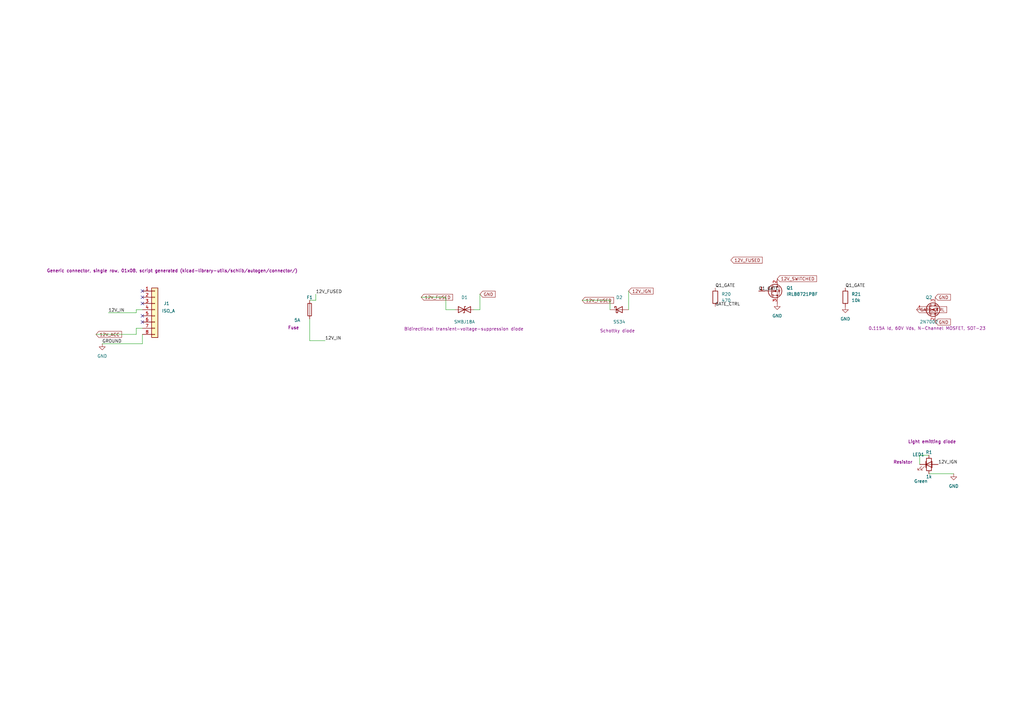
<source format=kicad_sch>
(kicad_sch (version 20250114) (generator "eeschema") (generator_version "9.0")
  (paper "A3")
  (title_block (title "WRX Power & CAN HAT") (date "2026-02-02T00:08:32.410828") (rev "1.0") (company "Auto-generated by Python"))
  (junction (at 114.3 334.01))
  (junction (at 127 349.25))
  (no_connect (at 642.62 317.5))
  (no_connect (at 375.92 690.88))
  (no_connect (at 439.42 571.5))
  (no_connect (at 375.92 708.66))
  (no_connect (at 459.74 129.54))
  (no_connect (at 375.92 680.72))
  (no_connect (at 388.62 721.36))
  (no_connect (at 459.74 139.7))
  (no_connect (at 561.34 701.04))
  (no_connect (at 439.42 510.54))
  (no_connect (at 439.42 513.08))
  (no_connect (at 629.92 317.5))
  (no_connect (at 388.62 693.42))
  (no_connect (at 375.92 723.9))
  (no_connect (at 388.62 723.9))
  (no_connect (at 439.42 574.04))
  (no_connect (at 388.62 698.5))
  (no_connect (at 375.92 716.28))
  (no_connect (at 429.26 137.16))
  (no_connect (at 388.62 685.8))
  (no_connect (at 375.92 706.12))
  (no_connect (at 459.74 132.08))
  (no_connect (at 388.62 695.96))
  (no_connect (at 439.42 505.46))
  (no_connect (at 375.92 688.34))
  (no_connect (at 388.62 683.26))
  (no_connect (at 58.42 119.38))
  (no_connect (at 642.62 320.04))
  (no_connect (at 629.92 571.5))
  (no_connect (at 502.92 571.5))
  (no_connect (at 693.42 568.96))
  (no_connect (at 693.42 571.5))
  (no_connect (at 693.42 574.04))
  (no_connect (at 820.42 756.92))
  (no_connect (at 820.42 759.46))
  (no_connect (at 820.42 762))
  (no_connect (at 820.42 764.54))
  (no_connect (at 820.42 767.08))
  (no_connect (at 388.62 711.2))
  (no_connect (at 629.92 320.04))
  (no_connect (at 388.62 713.74))
  (no_connect (at 58.42 121.92))
  (no_connect (at 375.92 675.64))
  (no_connect (at 375.92 693.42))
  (no_connect (at 375.92 695.96))
  (no_connect (at 388.62 708.66))
  (no_connect (at 375.92 711.2))
  (no_connect (at 388.62 716.28))
  (no_connect (at 388.62 718.82))
  (no_connect (at 375.92 721.36))
  (no_connect (at 58.42 124.46))
  (no_connect (at 375.92 678.18))
  (no_connect (at 375.92 713.74))
  (no_connect (at 388.62 706.12))
  (no_connect (at 58.42 129.54))
  (no_connect (at 459.74 134.62))
  (no_connect (at 388.62 690.88))
  (no_connect (at 58.42 132.08))
  (no_connect (at 439.42 515.62))
  (no_connect (at 439.42 518.16))
  (no_connect (at 439.42 520.7))
  (no_connect (at 439.42 523.24))
  (no_connect (at 439.42 525.78))
  (no_connect (at 375.92 718.82))
  (no_connect (at 375.92 683.26))
  (no_connect (at 459.74 137.16))
  (no_connect (at 439.42 528.32))
  (no_connect (at 439.42 508))
  (wire (pts (xy 196.85 120.65) (xy 196.85 127)))
  (wire (pts (xy 55.88 128.27) (xy 55.88 127)))
  (wire (pts (xy 238.76 123.19) (xy 250.19 123.19)))
  (wire (pts (xy 127 139.7) (xy 127 130.81)))
  (wire (pts (xy 41.91 140.97) (xy 58.42 140.97)))
  (wire (pts (xy 377.19 186.69) (xy 381 186.69)))
  (wire (pts (xy 172.72 121.92) (xy 182.88 121.92)))
  (wire (pts (xy 182.88 127) (xy 186.69 127)))
  (wire (pts (xy 55.88 134.62) (xy 58.42 134.62)))
  (wire (pts (xy 44.45 128.27) (xy 55.88 128.27)))
  (wire (pts (xy 129.54 120.65) (xy 129.54 123.19)))
  (wire (pts (xy 55.88 127) (xy 58.42 127)))
  (wire (pts (xy 381 194.31) (xy 391.16 194.31)))
  (wire (pts (xy 58.42 140.97) (xy 58.42 137.16)))
  (wire (pts (xy 196.85 127) (xy 194.31 127)))
  (wire (pts (xy 250.19 123.19) (xy 250.19 127)))
  (wire (pts (xy 182.88 121.92) (xy 182.88 127)))
  (wire (pts (xy 113.03 334.01) (xy 114.3 334.01)))
  (wire (pts (xy 129.54 123.19) (xy 127 123.19)))
  (wire (pts (xy 504.19 317.5) (xy 504.19 377.19)))
  (wire (pts (xy 504.19 377.19) (xy 508 377.19)))
  (wire (pts (xy 133.35 139.7) (xy 127 139.7)))
  (wire (pts (xy 257.81 119.38) (xy 257.81 127)))
  (wire (pts (xy 113.03 339.09) (xy 114.3 339.09)))
  (wire (pts (xy 127 349.25) (xy 127 350.52)))
  (wire (pts (xy 39.37 137.16) (xy 55.88 137.16)))
  (wire (pts (xy 139.7 339.09) (xy 140.97 339.09)))
  (wire (pts (xy 377.19 186.69) (xy 377.19 190.5)))
  (wire (pts (xy 567.69 317.5) (xy 567.69 377.19)))
  (wire (pts (xy 567.69 377.19) (xy 571.5 377.19)))
  (wire (pts (xy 55.88 137.16) (xy 55.88 134.62)))
  (wire (pts (xy 373.38 433.07) (xy 374.65 433.07)))
  (label "CANH_U5" (at 581.66 698.5 0))
  (label "U1_FB" (at 139.7 344.17 0))
  (label "U1_FB" (at 254 384.81 0))
  (label "GND" (at 356.87 438.15 0))
  (label "CAN_RX" (at 561.34 698.5 0))
  (label "12V_IN" (at 133.35 139.7 0))
  (label "GND" (at 444.5 147.32 0))
  (label "COMP_RC" (at 97.79 311.15 0))
  (label "IGN_DETECT" (at 269.24 505.46 0))
  (label "12V_IN" (at 44.45 128.27 0))
  (label "+5V" (at 190.5 321.31 0))
  (label "CAN_INT" (at 459.74 127 0))
  (label "OSC2" (at 422.91 147.32 0))
  (label "SPI_SCLK" (at 429.26 119.38 0))
  (label "GND" (at 254 523.24 0))
  (label "Q1_GATE" (at 293.37 118.11 0))
  (label "OSC1" (at 433.07 149.86 0))
  (label "12V_IGN" (at 113.03 339.09 0))
  (label "U1_BOOT" (at 139.7 334.01 0))
  (label "Q1_GATE" (at 311.15 119.38 0))
  (label "GND" (at 561.34 703.58 0))
  (label "GND" (at 433.07 157.48 0))
  (label "U1_COMP" (at 80.01 311.15 0))
  (label "OSC2" (at 424.18 152.4 0))
  (label "U1_SW" (at 168.91 342.9 0))
  (label "U1_SW" (at 190.5 313.69 0))
  (label "GND" (at 127 350.52 0))
  (label "GROUND" (at 41.91 140.97 0))
  (label "U1_BOOT" (at 168.91 350.52 0))
  (label "+5V" (at 373.38 433.07 0))
  (label "SPI_MOSI" (at 429.26 111.76 0))
  (label "+3.3V" (at 459.74 142.24 0))
  (label "+5V" (at 356.87 430.53 0))
  (label "OSC1" (at 429.26 134.62 0))
  (label "+3.3V" (at 444.5 106.68 0))
  (label "U1_SW" (at 140.97 339.09 0))
  (label "RESET" (at 269.24 513.08 0))
  (label "Q1_GATE" (at 346.71 118.11 0))
  (label "GND" (at 254 377.19 0))
  (label "RT_CLK" (at 80.01 340.36 0))
  (label "HEARTBEAT_LED" (at 269.24 500.38 0))
  (label "U1_COMP" (at 114.3 341.63 0))
  (label "TIMER_LED" (at 269.24 502.92 0))
  (label "CAN_RX" (at 459.74 111.76 0))
  (label "+3.3V" (at 403.86 431.8 0))
  (label "CAN_TX" (at 561.34 695.96 0))
  (label "GND" (at 424.18 160.02 0))
  (label "12V_IGN" (at 113.03 334.01 0))
  (label "SHUTDOWN_REQ" (at 269.24 510.54 0))
  (label "GND" (at 571.5 708.66 0))
  (label "OSC2" (at 429.26 132.08 0))
  (label "GND" (at 403.86 439.42 0))
  (label "+3.3V" (at 571.5 690.88 0))
  (label "COMP_RC" (at 80.01 318.77 0))
  (label "GND" (at 381 440.69 0))
  (label "12V_IGN" (at 384.81 190.5 0))
  (label "+3.3V" (at 388.62 433.07 0))
  (label "GATE_CTRL" (at 293.37 125.73 0))
  (label "CANL_U5" (at 581.66 701.04 0))
  (label "CANH_U5" (at 596.19 698.5 0))
  (label "CANH" (at 603.81 698.5 0))
  (label "CANL_U5" (at 596.19 701.04 0))
  (label "CANL" (at 603.81 701.04 0))
  (label "OSC1" (at 430.53 147.32 0))
  (label "+3.3V" (at 254 492.76 0))
  (label "GATE_CTRL" (at 269.24 508 0))
  (label "RT_CLK" (at 114.3 344.17 0))
  (label "U1_FB" (at 317.5 384.81 0))
  (label "CAN_TX" (at 459.74 114.3 0))
  (label "SPI_CE0" (at 429.26 116.84 0))
  (label "+5V" (at 317.5 377.19 0))
  (label "SPI_MISO" (at 429.26 114.3 0))
  (label "12V_FUSED" (at 129.54 120.65 0))
  (global_label "SPI_SCLK" (shape input) (at 439.42 495.3 0) (property "Intersheetrefs" "${INTERSHEET_REFS}" (effects (hide yes))))
  (global_label "IGN_DETECT" (shape input) (at 317.5 567.69 0) (property "Intersheetrefs" "${INTERSHEET_REFS}" (effects (hide yes))))
  (global_label "GATE_CTRL" (shape input) (at 444.5 186.69 0) (property "Intersheetrefs" "${INTERSHEET_REFS}" (effects (hide yes))))
  (global_label "SPI_MOSI" (shape input) (at 439.42 497.84 0) (property "Intersheetrefs" "${INTERSHEET_REFS}" (effects (hide yes))))
  (global_label "GND" (shape input) (at 254 702.31 0) (property "Intersheetrefs" "${INTERSHEET_REFS}" (effects (hide yes))))
  (global_label "SPI_SCLK" (shape input) (at 436.88 129.54 0) (property "Intersheetrefs" "${INTERSHEET_REFS}" (effects (hide yes))))
  (global_label "Q2_GATE" (shape input) (at 508 186.69 0) (property "Intersheetrefs" "${INTERSHEET_REFS}" (effects (hide yes))))
  (global_label "SPI_MISO" (shape input) (at 439.42 490.22 0) (property "Intersheetrefs" "${INTERSHEET_REFS}" (effects (hide yes))))
  (global_label "GND" (shape input) (at 383.54 121.92 0) (property "Intersheetrefs" "${INTERSHEET_REFS}" (effects (hide yes))))
  (global_label "GND" (shape input) (at 134.62 701.04 0) (property "Intersheetrefs" "${INTERSHEET_REFS}" (effects (hide yes))))
  (global_label "CAN_TX" (shape input) (at 566.42 680.72 0) (property "Intersheetrefs" "${INTERSHEET_REFS}" (effects (hide yes))))
  (global_label "CANL" (shape input) (at 566.42 690.88 0) (property "Intersheetrefs" "${INTERSHEET_REFS}" (effects (hide yes))))
  (global_label "+3.3V" (shape input) (at 132.08 701.04 0) (property "Intersheetrefs" "${INTERSHEET_REFS}" (effects (hide yes))))
  (global_label "12V_FUSED" (shape input) (at 299.72 106.68 0) (property "Intersheetrefs" "${INTERSHEET_REFS}" (effects (hide yes))))
  (global_label "GND" (shape input) (at 317.5 575.31 0) (property "Intersheetrefs" "${INTERSHEET_REFS}" (effects (hide yes))))
  (global_label "GND" (shape input) (at 388.62 680.72 0) (property "Intersheetrefs" "${INTERSHEET_REFS}" (effects (hide yes))))
  (global_label "12V_ACC" (shape input) (at 39.37 137.16 0) (property "Intersheetrefs" "${INTERSHEET_REFS}" (effects (hide yes))))
  (global_label "+5V" (shape input) (at 388.62 675.64 0) (property "Intersheetrefs" "${INTERSHEET_REFS}" (effects (hide yes))))
  (global_label "+3.3V" (shape input) (at 439.42 492.76 0) (property "Intersheetrefs" "${INTERSHEET_REFS}" (effects (hide yes))))
  (global_label "RESET" (shape input) (at 439.42 500.38 0) (property "Intersheetrefs" "${INTERSHEET_REFS}" (effects (hide yes))))
  (global_label "IGN_DETECT" (shape input) (at 132.08 695.96 0) (property "Intersheetrefs" "${INTERSHEET_REFS}" (effects (hide yes))))
  (global_label "+3.3V" (shape input) (at 571.5 194.31 0) (property "Intersheetrefs" "${INTERSHEET_REFS}" (effects (hide yes))))
  (global_label "SPI_SCLK" (shape input) (at 375.92 703.58 0) (property "Intersheetrefs" "${INTERSHEET_REFS}" (effects (hide yes))))
  (global_label "GND" (shape input) (at 820.42 769.62 0) (property "Intersheetrefs" "${INTERSHEET_REFS}" (effects (hide yes))))
  (global_label "HEARTBEAT_LED" (shape input) (at 254 500.38 0) (property "Intersheetrefs" "${INTERSHEET_REFS}" (effects (hide yes))))
  (global_label "XTAL1" (shape input) (at 186.69 571.5 0) (property "Intersheetrefs" "${INTERSHEET_REFS}" (effects (hide yes))))
  (global_label "12V_FUSED" (shape input) (at 172.72 121.92 0) (property "Intersheetrefs" "${INTERSHEET_REFS}" (effects (hide yes))))
  (global_label "GND" (shape input) (at 243.84 508 0) (property "Intersheetrefs" "${INTERSHEET_REFS}" (effects (hide yes))))
  (global_label "GND" (shape input) (at 196.85 120.65 0) (property "Intersheetrefs" "${INTERSHEET_REFS}" (effects (hide yes))))
  (global_label "R6_OUT" (shape input) (at 121.92 701.04 0) (property "Intersheetrefs" "${INTERSHEET_REFS}" (effects (hide yes))))
  (global_label "IGN_DETECT" (shape input) (at 243.84 510.54 0) (property "Intersheetrefs" "${INTERSHEET_REFS}" (effects (hide yes))))
  (global_label "+5V" (shape input) (at 254 567.69 0) (property "Intersheetrefs" "${INTERSHEET_REFS}" (effects (hide yes))))
  (global_label "SPI_CE0" (shape input) (at 436.88 124.46 0) (property "Intersheetrefs" "${INTERSHEET_REFS}" (effects (hide yes))))
  (global_label "TIMER_LED" (shape input) (at 254 518.16 0) (property "Intersheetrefs" "${INTERSHEET_REFS}" (effects (hide yes))))
  (global_label "+3.3V" (shape input) (at 575.31 317.5 0) (property "Intersheetrefs" "${INTERSHEET_REFS}" (effects (hide yes))))
  (global_label "12V_IGN" (shape input) (at 257.81 119.38 0) (property "Intersheetrefs" "${INTERSHEET_REFS}" (effects (hide yes))))
  (global_label "GND" (shape input) (at 571.5 765.81 0) (property "Intersheetrefs" "${INTERSHEET_REFS}" (effects (hide yes))))
  (global_label "12V_FUSED" (shape input) (at 238.76 123.19 0) (property "Intersheetrefs" "${INTERSHEET_REFS}" (effects (hide yes))))
  (global_label "+5V" (shape input) (at 635 694.69 0) (property "Intersheetrefs" "${INTERSHEET_REFS}" (effects (hide yes))))
  (global_label "GND" (shape input) (at 566.42 683.26 0) (property "Intersheetrefs" "${INTERSHEET_REFS}" (effects (hide yes))))
  (global_label "SHUTDOWN_REQ" (shape input) (at 264.16 510.54 0) (property "Intersheetrefs" "${INTERSHEET_REFS}" (effects (hide yes))))
  (global_label "GND" (shape input) (at 119.38 695.96 0) (property "Intersheetrefs" "${INTERSHEET_REFS}" (effects (hide yes))))
  (global_label "CAN_RX" (shape input) (at 566.42 688.34 0) (property "Intersheetrefs" "${INTERSHEET_REFS}" (effects (hide yes))))
  (global_label "+3.3V" (shape input) (at 381 567.69 0) (property "Intersheetrefs" "${INTERSHEET_REFS}" (effects (hide yes))))
  (global_label "GND" (shape input) (at 439.42 502.92 0) (property "Intersheetrefs" "${INTERSHEET_REFS}" (effects (hide yes))))
  (global_label "SPI_CE0" (shape input) (at 388.62 703.58 0) (property "Intersheetrefs" "${INTERSHEET_REFS}" (effects (hide yes))))
  (global_label "12V_IGN" (shape input) (at 127 706.12 0) (property "Intersheetrefs" "${INTERSHEET_REFS}" (effects (hide yes))))
  (global_label "CANH" (shape input) (at 566.42 693.42 0) (property "Intersheetrefs" "${INTERSHEET_REFS}" (effects (hide yes))))
  (global_label "GATE_CTRL" (shape input) (at 264.16 508 0) (property "Intersheetrefs" "${INTERSHEET_REFS}" (effects (hide yes))))
  (global_label "GATE_CTRL" (shape input) (at 375.92 127 0) (property "Intersheetrefs" "${INTERSHEET_REFS}" (effects (hide yes))))
  (global_label "TIMER_LED" (shape input) (at 508 384.81 180) (property "Intersheetrefs" "${INTERSHEET_REFS}" (effects (hide yes))))
  (global_label "XTAL1" (shape input) (at 571.5 758.19 0) (property "Intersheetrefs" "${INTERSHEET_REFS}" (effects (hide yes))))
  (global_label "FAN-" (shape input) (at 629.92 574.04 0) (property "Intersheetrefs" "${INTERSHEET_REFS}" (effects (hide yes))))
  (global_label "SPI_MISO" (shape input) (at 375.92 701.04 0) (property "Intersheetrefs" "${INTERSHEET_REFS}" (effects (hide yes))))
  (global_label "AUDIO_R_OUT" (shape input) (at 698.5 829.31 0) (property "Intersheetrefs" "${INTERSHEET_REFS}" (effects (hide yes))))
  (global_label "12V_SWITCHED" (shape input) (at 318.77 114.3 0) (property "Intersheetrefs" "${INTERSHEET_REFS}" (effects (hide yes))))
  (global_label "12V_ACC" (shape input) (at 317.5 504.19 0) (property "Intersheetrefs" "${INTERSHEET_REFS}" (effects (hide yes))))
  (global_label "+3.3V" (shape input) (at 243.84 513.08 0) (property "Intersheetrefs" "${INTERSHEET_REFS}" (effects (hide yes))))
  (global_label "AUDIO_R_OUT" (shape input) (at 762 829.31 0) (property "Intersheetrefs" "${INTERSHEET_REFS}" (effects (hide yes))))
  (global_label "AUDIO_R+" (shape input) (at 698.5 821.69 0) (property "Intersheetrefs" "${INTERSHEET_REFS}" (effects (hide yes))))
  (global_label "GND" (shape input) (at 375.92 685.8 0) (property "Intersheetrefs" "${INTERSHEET_REFS}" (effects (hide yes))))
  (global_label "+3.3V" (shape input) (at 571.5 186.69 0) (property "Intersheetrefs" "${INTERSHEET_REFS}" (effects (hide yes))))
  (global_label "+3.3V" (shape input) (at 127 567.69 0) (property "Intersheetrefs" "${INTERSHEET_REFS}" (effects (hide yes))))
  (global_label "GND" (shape input) (at 127 575.31 0) (property "Intersheetrefs" "${INTERSHEET_REFS}" (effects (hide yes))))
  (global_label "+5V" (shape input) (at 190.5 694.69 0) (property "Intersheetrefs" "${INTERSHEET_REFS}" (effects (hide yes))))
  (global_label "GND" (shape input) (at 190.5 702.31 0) (property "Intersheetrefs" "${INTERSHEET_REFS}" (effects (hide yes))))
  (global_label "GND" (shape input) (at 254 575.31 0) (property "Intersheetrefs" "${INTERSHEET_REFS}" (effects (hide yes))))
  (global_label "+3.3V" (shape input) (at 444.5 377.19 0) (property "Intersheetrefs" "${INTERSHEET_REFS}" (effects (hide yes))))
  (global_label "GND" (shape input) (at 444.5 384.81 0) (property "Intersheetrefs" "${INTERSHEET_REFS}" (effects (hide yes))))
  (global_label "GND" (shape input) (at 119.38 701.04 0) (property "Intersheetrefs" "${INTERSHEET_REFS}" (effects (hide yes))))
  (global_label "GND" (shape input) (at 134.62 698.5 0) (property "Intersheetrefs" "${INTERSHEET_REFS}" (effects (hide yes))))
  (global_label "+5V" (shape input) (at 388.62 678.18 0) (property "Intersheetrefs" "${INTERSHEET_REFS}" (effects (hide yes))))
  (global_label "SPI_MOSI" (shape input) (at 375.92 698.5 0) (property "Intersheetrefs" "${INTERSHEET_REFS}" (effects (hide yes))))
  (global_label "+3.3V" (shape input) (at 566.42 685.8 0) (property "Intersheetrefs" "${INTERSHEET_REFS}" (effects (hide yes))))
  (global_label "IGN_DETECT" (shape input) (at 254 694.69 0) (property "Intersheetrefs" "${INTERSHEET_REFS}" (effects (hide yes))))
  (global_label "CANH" (shape input) (at 571.5 377.19 0) (property "Intersheetrefs" "${INTERSHEET_REFS}" (effects (hide yes))))
  (global_label "XTAL2" (shape input) (at 635 186.69 0) (property "Intersheetrefs" "${INTERSHEET_REFS}" (effects (hide yes))))
  (global_label "GND" (shape input) (at 635 194.31 0) (property "Intersheetrefs" "${INTERSHEET_REFS}" (effects (hide yes))))
  (global_label "12V_IGN" (shape input) (at 645 186.69 0) (property "Intersheetrefs" "${INTERSHEET_REFS}" (effects (hide yes))))
  (global_label "GND" (shape input) (at 645 194.31 0) (property "Intersheetrefs" "${INTERSHEET_REFS}" (effects (hide yes))))
  (global_label "+3.3V" (shape input) (at 381 504.19 0) (property "Intersheetrefs" "${INTERSHEET_REFS}" (effects (hide yes))))
  (global_label "RESET" (shape input) (at 381 511.81 0) (property "Intersheetrefs" "${INTERSHEET_REFS}" (effects (hide yes))))
  (global_label "CAN_INT" (shape input) (at 444.5 123.19 0) (property "Intersheetrefs" "${INTERSHEET_REFS}" (effects (hide yes))))
  (global_label "FAN_PWM" (shape input) (at 571.5 567.69 0) (property "Intersheetrefs" "${INTERSHEET_REFS}" (effects (hide yes))))
  (global_label "GND" (shape input) (at 571.5 575.31 0) (property "Intersheetrefs" "${INTERSHEET_REFS}" (effects (hide yes))))
  (global_label "HEARTBEAT_LED" (shape input) (at 571.5 384.81 180) (property "Intersheetrefs" "${INTERSHEET_REFS}" (effects (hide yes))))
  (global_label "GND" (shape input) (at 508 194.31 0) (property "Intersheetrefs" "${INTERSHEET_REFS}" (effects (hide yes))))
  (global_label "+3.3V" (shape input) (at 511.81 317.5 0) (property "Intersheetrefs" "${INTERSHEET_REFS}" (effects (hide yes))))
  (global_label "AUDIO_R-" (shape input) (at 762 821.69 0) (property "Intersheetrefs" "${INTERSHEET_REFS}" (effects (hide yes))))
  (global_label "GND" (shape input) (at 635 702.31 0) (property "Intersheetrefs" "${INTERSHEET_REFS}" (effects (hide yes))))
  (global_label "SHUTDOWN_REQ" (shape input) (at 388.62 688.34 0) (property "Intersheetrefs" "${INTERSHEET_REFS}" (effects (hide yes))))
  (global_label "CANH" (shape input) (at 629.92 314.96 0) (property "Intersheetrefs" "${INTERSHEET_REFS}" (effects (hide yes))))
  (global_label "AUDIO_L_OUT" (shape input) (at 571.5 829.31 0) (property "Intersheetrefs" "${INTERSHEET_REFS}" (effects (hide yes))))
  (global_label "AUDIO_R+" (shape input) (at 635 377.19 0) (property "Intersheetrefs" "${INTERSHEET_REFS}" (effects (hide yes))))
  (global_label "GND" (shape input) (at 635 384.81 0) (property "Intersheetrefs" "${INTERSHEET_REFS}" (effects (hide yes))))
  (global_label "AUDIO_R-" (shape input) (at 635 821.69 0) (property "Intersheetrefs" "${INTERSHEET_REFS}" (effects (hide yes))))
  (global_label "+3.3V" (shape input) (at 698.5 694.69 0) (property "Intersheetrefs" "${INTERSHEET_REFS}" (effects (hide yes))))
  (global_label "GND" (shape input) (at 698.5 702.31 0) (property "Intersheetrefs" "${INTERSHEET_REFS}" (effects (hide yes))))
  (global_label "+3.3V" (shape input) (at 698.5 758.19 0) (property "Intersheetrefs" "${INTERSHEET_REFS}" (effects (hide yes))))
  (global_label "GND" (shape input) (at 698.5 765.81 0) (property "Intersheetrefs" "${INTERSHEET_REFS}" (effects (hide yes))))
  (global_label "AUDIO_L_OUT" (shape input) (at 762 758.19 0) (property "Intersheetrefs" "${INTERSHEET_REFS}" (effects (hide yes))))
  (global_label "GND" (shape input) (at 762 765.81 0) (property "Intersheetrefs" "${INTERSHEET_REFS}" (effects (hide yes))))
  (global_label "IGN_DETECT" (shape input) (at 134.62 695.96 0) (property "Intersheetrefs" "${INTERSHEET_REFS}" (effects (hide yes))))
  (global_label "GND" (shape input) (at 383.54 132.08 0) (property "Intersheetrefs" "${INTERSHEET_REFS}" (effects (hide yes))))
  (global_label "GND" (shape input) (at 381 575.31 0) (property "Intersheetrefs" "${INTERSHEET_REFS}" (effects (hide yes))))
  (global_label "+3.3V" (shape input) (at 635 758.19 0) (property "Intersheetrefs" "${INTERSHEET_REFS}" (effects (hide yes))))
  (global_label "CANL" (shape input) (at 502.92 574.04 0) (property "Intersheetrefs" "${INTERSHEET_REFS}" (effects (hide yes))))
  (global_label "CANL" (shape input) (at 642.62 314.96 0) (property "Intersheetrefs" "${INTERSHEET_REFS}" (effects (hide yes))))
  (global_label "LED2_ANODE" (shape input) (at 444.5 130.81 0) (property "Intersheetrefs" "${INTERSHEET_REFS}" (effects (hide yes))))
  (global_label "GND" (shape input) (at 121.92 695.96 0) (property "Intersheetrefs" "${INTERSHEET_REFS}" (effects (hide yes))))
  (global_label "CAN_INT" (shape input) (at 388.62 701.04 0) (property "Intersheetrefs" "${INTERSHEET_REFS}" (effects (hide yes))))
  (global_label "AUDIO_L_OUT" (shape input) (at 635 829.31 0) (property "Intersheetrefs" "${INTERSHEET_REFS}" (effects (hide yes))))
  (global_label "R6_OUT" (shape input) (at 317.5 511.81 0) (property "Intersheetrefs" "${INTERSHEET_REFS}" (effects (hide yes))))
  (global_label "Q2_GATE" (shape input) (at 444.5 194.31 0) (property "Intersheetrefs" "${INTERSHEET_REFS}" (effects (hide yes))))
  (global_label "FAN-" (shape input) (at 574.04 502.92 180) (property "Intersheetrefs" "${INTERSHEET_REFS}" (effects (hide yes))))
  (global_label "FAN_PWM" (shape input) (at 566.42 508 180) (property "Intersheetrefs" "${INTERSHEET_REFS}" (effects (hide yes))))
  (global_label "GND" (shape input) (at 574.04 513.08 180) (property "Intersheetrefs" "${INTERSHEET_REFS}" (effects (hide yes))))
  (global_label "FAN_PWM" (shape input) (at 571.5 821.69 0) (property "Intersheetrefs" "${INTERSHEET_REFS}" (effects (hide yes))))
  (global_label "XTAL2" (shape input) (at 194.31 571.5 0) (property "Intersheetrefs" "${INTERSHEET_REFS}" (effects (hide yes))))
  (global_label "GND" (shape input) (at 635 765.81 0) (property "Intersheetrefs" "${INTERSHEET_REFS}" (effects (hide yes))))
  (symbol (lib_id "Device:C") (at 635 190.5 0) (unit 1)
    (property "Reference" "C10" (at 635 185.5 0))
    (property "Value" "10uF" (at 635 195.5 0))
    (property "Description" "Unpolarized capacitor" (at 635.254 180.34 0))
  )
  (symbol (lib_id "Device:C") (at 645 190.5 0) (unit 1)
    (property "Reference" "C20" (at 645 185.5 0))
    (property "Value" "22uF" (at 645 195.5 0))
    (property "Description" "Unpolarized capacitor" (at 645 180.34 0))
  )
  (symbol (lib_id "power:PWR_FLAG") (at 114.3 334.01 0) (unit 1)
    (property "Reference" "#FLG02" (effects (hide yes)))
    (property "Value" "PWR_FLAG" (at 114.3 328.93 0))
    (property "Description" "Special symbol for telling ERC where power comes from" (effects (hide yes)))
  )
  (symbol (lib_id "Device:R") (at 254 381 0) (unit 1)
    (property "Reference" "R4" (at 253.746 372.872 0))
    (property "Value" "10k 1%" (at 254 386 0))
    (property "Description" "Resistor" (at 254 381 0))
  )
  (symbol (lib_id "Device:R") (at 317.5 381 0) (unit 1)
    (property "Reference" "R5" (at 316.992 373.888 0))
    (property "Value" "51k 1%" (at 317.5 386 0))
    (property "Description" "Resistor" (at 317.5 381 0))
  )
  (symbol (lib_id "Device:Crystal") (at 190.5 571.5 0) (unit 1)
    (property "Reference" "Y1" (at 190.5 566.5 0))
    (property "Value" "16MHz" (at 190.5 576.5 0))
    (property "Description" "Two pin crystal" (at 188.468 580.39 0))
  )
  (symbol (lib_id "power:GND") (at 391.16 194.31 0) (unit 1)
    (property "Reference" "#PWR04" (effects (hide yes)))
    (property "Value" "GND" (at 391.16 199.39 0))
    (property "Description" "Power symbol creates a global label with name \"GND\" , ground" (effects (hide yes)))
  )
  (symbol (lib_id "Device:C") (at 698.5 762 0) (unit 1)
    (property "Reference" "C14" (at 695.452 755.65 0))
    (property "Value" "2.2uF" (at 698.5 767 0))
    (property "Description" "Unpolarized capacitor" (at 698.246 770.382 0))
  )
  (symbol (lib_id "Regulator_Switching:TPS54560BDDA") (at 127 339.09 0) (unit 1)
    (property "Reference" "U1" (at 127 326.39 0))
    (property "Value" "TPS54560BDDA" (at 127 328.93 0))
    (property "Footprint" "Package_SO:Texas_R-PDSO-G8_EP2.95x4.9mm_Mask2.4x3.1mm_ThermalVias" (effects (hide yes)))
    (property "Datasheet" "https://www.ti.com/lit/ds/symlink/tps54560b.pdf" (effects (hide yes)))
    (property "Description" "5A, Step Down DC-DC Converter, 4.5-60V Input Voltage, Texas R-PDSO-G8" (effects (hide yes)))
  )
  (symbol (lib_id "Connector_Generic:Conn_01x16") (at 444.5 508 0) (unit 1)
    (property "Reference" "J3" (at 453.898 505.968 0))
    (property "Value" "OBD-II" (at 454.152 511.81 0))
    (property "Description" "Generic connector, single row, 01x16, script generated (kicad-library-utils/schlib/autogen/connector/)" (at 448.31 535.94 0))
  )
  (symbol (lib_id "Connector_Generic:Conn_01x02") (at 635 571.5 0) (unit 1)
    (property "Reference" "J6" (at 635 566.5 0))
    (property "Value" "FAN" (at 635 576.5 0))
    (property "Description" "Generic connector, single row, 01x02, script generated (kicad-library-utils/schlib/autogen/connector/)" (at 636.27 581.406 0))
  )
  (symbol (lib_id "Device:R") (at 635 381 0) (unit 1)
    (property "Reference" "R16" (at 635 376 0))
    (property "Value" "470" (at 635 386 0))
    (property "Description" "Resistor" (at 636.016 389.382 0))
  )
  (symbol (lib_id "Device:R") (at 381 508 0) (unit 1)
    (property "Reference" "R8" (at 381 503 0))
    (property "Value" "120" (at 381 513 0))
    (property "Description" "Resistor" (at 379.222 498.348 0))
  )
  (symbol (lib_id "power:GND") (at 80.01 347.98 0) (unit 1)
    (property "Reference" "#PWR06" (effects (hide yes)))
    (property "Value" "GND" (at 80.01 353.06 0))
    (property "Description" "Power symbol creates a global label with name \"GND\" , ground" (effects (hide yes)))
  )
  (symbol (lib_id "power:PWR_FLAG") (at 374.65 433.07 0) (unit 1)
    (property "Reference" "#FLG01" (effects (hide yes)))
    (property "Value" "PWR_FLAG" (at 374.65 427.99 0))
    (property "Description" "Special symbol for telling ERC where power comes from" (effects (hide yes)))
  )
  (symbol (lib_id "Device:C") (at 635 698.5 0) (unit 1)
    (property "Reference" "C11" (at 633.476 690.626 0))
    (property "Value" "1uF" (at 635 703.5 0))
    (property "Description" "Unpolarized capacitor" (at 637.286 706.374 0))
  )
  (symbol (lib_id "Connector:Screw_Terminal_01x02") (at 444.5 571.5 0) (unit 1)
    (property "Reference" "J4" (at 444.5 566.5 0))
    (property "Value" "CAN_Term" (at 444.5 576.5 0))
    (property "Description" "Generic screw terminal, single row, 01x02, script generated (kicad-library-utils/schlib/autogen/connector/)" (at 442.722 562.61 0))
  )
  (symbol (lib_id "Device:D_Schottky") (at 254 127 0) (unit 1)
    (property "Reference" "D2" (at 254 122 0))
    (property "Value" "SS34" (at 254 132 0))
    (property "Description" "Schottky diode" (at 253.238 135.636 0))
  )
  (symbol (lib_id "Device:R") (at 346.71 121.92 0) (unit 1)
    (property "Reference" "R21" (at 349.25 120.6499 0) (effects (justify left)))
    (property "Value" "10k" (at 349.25 123.1899 0) (effects (justify left)))
    (property "Description" "Resistor" (effects (hide yes)))
  )
  (symbol (lib_id "power:PWR_FLAG") (at 127 349.25 0) (unit 1)
    (property "Reference" "#FLG03" (effects (hide yes)))
    (property "Value" "PWR_FLAG" (at 127 344.17 0))
    (property "Description" "Special symbol for telling ERC where power comes from" (effects (hide yes)))
  )
  (symbol (lib_id "Device:C") (at 571.5 190.5 0) (unit 1)
    (property "Reference" "C8" (at 571.5 185.5 0))
    (property "Value" "100nF" (at 571.5 195.5 0))
    (property "Description" "Unpolarized capacitor" (at 570.992 181.102 0))
  )
  (symbol (lib_id "power:GND") (at 318.77 124.46 0) (unit 1)
    (property "Reference" "#PWR02" (effects (hide yes)))
    (property "Value" "GND" (at 318.77 129.54 0))
    (property "Description" "Power symbol creates a global label with name \"GND\" , ground" (effects (hide yes)))
  )
  (symbol (lib_id "Device:C") (at 381 571.5 0) (unit 1)
    (property "Reference" "C6" (at 381 566.5 0))
    (property "Value" "22pF" (at 381 576.5 0))
    (property "Description" "Unpolarized capacitor" (at 382.524 580.39 0))
  )
  (symbol (lib_id "Device:C") (at 635 762 0) (unit 1)
    (property "Reference" "C12" (at 633.222 755.396 0))
    (property "Value" "2.2uF" (at 635 767 0))
    (property "Description" "Unpolarized capacitor" (at 635.508 770.89 0))
  )
  (symbol (lib_id "Device:L") (at 190.5 317.5 0) (unit 1)
    (property "Reference" "L1" (at 190.5 312.5 0))
    (property "Value" "33uH" (at 190.5 322.5 0))
    (property "Description" "Inductor" (at 190.5 317.5 0))
  )
  (symbol (lib_id "Device:L") (at 600 698.5 90) (unit 1)
    (property "Reference" "L2" (at 600 693.5 0))
    (property "Value" "Ferrite" (at 600 703.5 0))
    (property "Description" "CAN bus EMI filter - insert in series with CANH" (effects (hide yes)))
  )
  (symbol (lib_id "Device:L") (at 600 701.04 90) (unit 1)
    (property "Reference" "L3" (at 600 696.04 0))
    (property "Value" "Ferrite" (at 600 706.04 0))
    (property "Description" "CAN bus EMI filter - insert in series with CANL" (effects (hide yes)))
  )
  (symbol (lib_id "Transistor_FET:IRLB8721PBF") (at 316.23 119.38 0) (unit 1)
    (property "Reference" "Q1" (at 322.58 118.1099 0) (effects (justify left)))
    (property "Value" "IRLB8721PBF" (at 322.58 120.6499 0) (effects (justify left)))
    (property "Footprint" "Package_TO_SOT_THT:TO-220-3_Vertical" (effects (hide yes)))
    (property "Datasheet" "http://www.infineon.com/dgdl/irlb8721pbf.pdf?fileId=5546d462533600a40153566056732591" (effects (hide yes)))
    (property "Description" "62A Id, 30V Vds, 8.7 mOhm Rds, N-Channel HEXFET Power MOSFET, TO-220" (effects (hide yes)))
  )
  (symbol (lib_id "Connector_Generic:Conn_01x08") (at 63.5 127 0) (unit 1)
    (property "Reference" "J1" (at 68.326 124.46 0))
    (property "Value" "ISO_A" (at 69.088 127.508 0))
    (property "Description" "Generic connector, single row, 01x08, script generated (kicad-library-utils/schlib/autogen/connector/)" (at 70.612 110.998 0))
  )
  (symbol (lib_id "Isolator:LTV-817S") (at 127 698.5 0) (unit 1)
    (property "Reference" "U2" (at 127 693.5 0))
    (property "Value" "LTV-817S" (at 127 703.5 0))
    (property "Footprint" "Package_DIP:DIP-4_W7.62mm" (effects (hide yes)))
    (property "Datasheet" "http://www.us.liteon.com/downloads/LTV-817-827-847.PDF" (effects (hide yes)))
    (property "Description" "Optocoupler, Transistor Output, 5000Vrms Isolation, DIP4" (at 127.508 709.422 0))
  )
  (symbol (lib_id "Connector_Generic:Conn_02x20_Odd_Even") (at 381 698.5 0) (unit 1)
    (property "Reference" "J2" (at 382.27 672.592 0))
    (property "Value" "Pi_GPIO" (at 381 703.5 0))
    (property "Description" "Generic connector, double row, 02x20, odd/even pin numbering scheme (row 1 odd numbers, row 2 even numbers), script generated (kicad-library-utils/schlib/autogen/connector/)" (at 381.508 736.346 0))
  )
  (symbol (lib_id "Device:C") (at 254 698.5 0) (unit 1)
    (property "Reference" "C4" (at 254 693.5 0))
    (property "Value" "10uF" (at 254 703.5 0))
    (property "Description" "Unpolarized capacitor" (at 256.54 707.898 0))
  )
  (symbol (lib_id "Device:C") (at 433.07 153.67 0) (unit 1)
    (property "Reference" "C16" (at 436.88 152.3999 0) (effects (justify left)))
    (property "Value" "22pF" (at 436.88 154.9399 0) (effects (justify left)))
    (property "Description" "Unpolarized capacitor" (effects (hide yes)))
  )
  (symbol (lib_id "power:GND") (at 346.71 125.73 0) (unit 1)
    (property "Reference" "#PWR03" (effects (hide yes)))
    (property "Value" "GND" (at 346.71 130.81 0))
    (property "Description" "Power symbol creates a global label with name \"GND\" , ground" (effects (hide yes)))
  )
  (symbol (lib_id "Device:R") (at 571.5 825.5 0) (unit 1)
    (property "Reference" "R15" (at 568.198 818.134 0))
    (property "Value" "1k" (at 571.5 830.5 0))
    (property "Description" "Resistor" (at 573.532 834.898 0))
  )
  (symbol (lib_id "Device:C") (at 444.5 381 0) (unit 1)
    (property "Reference" "C7" (at 444.5 376 0))
    (property "Value" "100nF" (at 444.5 386 0))
    (property "Description" "Unpolarized capacitor" (at 445.262 390.906 0))
  )
  (symbol (lib_id "Device:R") (at 698.5 825.5 0) (unit 1)
    (property "Reference" "R18" (at 695.96 817.372 0))
    (property "Value" "1k" (at 698.5 830.5 0))
    (property "Description" "Resistor" (at 703.58 836.168 0))
  )
  (symbol (lib_id "Device:R") (at 571.5 571.5 0) (unit 1)
    (property "Reference" "R14" (at 571.5 566.5 0))
    (property "Value" "1k" (at 571.5 576.5 0))
    (property "Description" "Resistor" (at 570.484 562.102 0))
  )
  (symbol (lib_id "Connector_Generic:Conn_01x03") (at 698.5 571.5 0) (unit 1)
    (property "Reference" "JP2" (at 698.5 566.5 0))
    (property "Value" "5V/12V" (at 698.5 576.5 0))
    (property "Description" "Generic connector, single row, 01x03, script generated (kicad-library-utils/schlib/autogen/connector/)" (at 698.5 561.848 0))
  )
  (symbol (lib_id "Device:C") (at 424.18 156.21 0) (unit 1)
    (property "Reference" "C17" (at 427.99 154.9399 0) (effects (justify left)))
    (property "Value" "22pF" (at 427.99 157.4799 0) (effects (justify left)))
    (property "Description" "Unpolarized capacitor" (effects (hide yes)))
  )
  (symbol (lib_id "Interface_CAN_LIN:MCP2515-xSO") (at 444.5 127 0) (unit 1)
    (property "Reference" "U4" (at 443.992 118.872 0))
    (property "Value" "MCP2515" (at 455.168 149.606 0))
    (property "Footprint" "Package_SO:SOIC-18W_7.5x11.6mm_P1.27mm" (effects (hide yes)))
    (property "Datasheet" "http://ww1.microchip.com/downloads/en/DeviceDoc/21801e.pdf" (effects (hide yes)))
    (property "Description" "Stand-Alone CAN Controller with SPI Interface, SOIC-18" (effects (hide yes)))
  )
  (symbol (lib_id "Device:C") (at 168.91 346.71 0) (unit 1)
    (property "Reference" "C_BOOT1" (at 172.72 345.4399 0) (effects (justify left)))
    (property "Value" "100nF" (at 172.72 347.9799 0) (effects (justify left)))
    (property "Description" "Unpolarized capacitor" (effects (hide yes)))
  )
  (symbol (lib_id "Device:R") (at 317.5 508 0) (unit 1)
    (property "Reference" "R6" (at 317.5 503 0))
    (property "Value" "10k" (at 317.5 513 0))
    (property "Description" "Resistor" (at 317.5 498.094 0))
  )
  (symbol (lib_id "Device:C") (at 403.86 435.61 0) (unit 1)
    (property "Reference" "C19" (at 407.67 434.3399 0) (effects (justify left)))
    (property "Value" "22uF" (at 407.67 436.8799 0) (effects (justify left)))
    (property "Description" "Unpolarized capacitor" (effects (hide yes)))
  )
  (symbol (lib_id "Device:R") (at 508 190.5 0) (unit 1)
    (property "Reference" "R11" (at 508 185.5 0))
    (property "Value" "10k" (at 508 195.5 0))
    (property "Description" "Resistor" (at 508.762 199.39 0))
  )
  (symbol (lib_id "Connector_Generic:Conn_01x02") (at 508 571.5 0) (unit 1)
    (property "Reference" "JP1" (at 508 566.5 0))
    (property "Value" "Jumper" (at 508 576.5 0))
    (property "Description" "Generic connector, single row, 01x02, script generated (kicad-library-utils/schlib/autogen/connector/)" (at 507.238 580.39 0))
  )
  (symbol (lib_id "Device:R") (at 571.5 381 0) (unit 1)
    (property "Reference" "R13" (at 571.5 376 0))
    (property "Value" "470" (at 571.5 386 0))
    (property "Description" "Resistor" (at 570.738 390.144 0))
  )
  (symbol (lib_id "Device:C") (at 190.5 698.5 0) (unit 1)
    (property "Reference" "C2" (at 190.5 693.5 0))
    (property "Value" "10uF" (at 190.5 703.5 0))
    (property "Description" "Unpolarized capacitor" (at 193.802 707.39 0))
  )
  (symbol (lib_id "Device:R") (at 635 825.5 0) (unit 1)
    (property "Reference" "R17" (at 635.508 819.404 0))
    (property "Value" "1k" (at 635 830.5 0))
    (property "Description" "Resistor" (at 637.032 834.644 0))
  )
  (symbol (lib_id "Device:Crystal") (at 426.72 147.32 0) (unit 1)
    (property "Reference" "Y2" (at 426.72 139.7 0))
    (property "Value" "16Mhz Crystal" (at 426.72 142.24 0))
    (property "Description" "Two pin crystal" (effects (hide yes)))
  )
  (symbol (lib_id "Device:R") (at 444.5 127 0) (unit 1)
    (property "Reference" "R9" (at 444.5 122 0))
    (property "Value" "10k" (at 444.5 132 0))
    (property "Description" "Resistor" (at 444.5 127 0))
  )
  (symbol (lib_id "Device:R") (at 508 381 0) (unit 1)
    (property "Reference" "R12" (at 508 376 0))
    (property "Value" "10k" (at 508 386 0))
    (property "Description" "Resistor" (at 509.778 390.652 0))
  )
  (symbol (lib_id "Connector_Generic:Conn_01x06") (at 825.5 762 0) (unit 1)
    (property "Reference" "J7" (at 832.612 761.492 0))
    (property "Value" "Audio" (at 833.882 770.382 0))
    (property "Description" "Generic connector, single row, 01x06, script generated (kicad-library-utils/schlib/autogen/connector/)" (at 826.008 751.078 0))
  )
  (symbol (lib_id "Device:C") (at 571.5 762 0) (unit 1)
    (property "Reference" "C9" (at 568.198 753.872 0))
    (property "Value" "2.2uF" (at 571.5 767 0))
    (property "Description" "Unpolarized capacitor" (at 573.532 770.382 0))
  )
  (symbol (lib_id "Interface_CAN_LIN:SN65HVD230") (at 571.5 698.5 0) (unit 1)
    (property "Reference" "U5" (at 580.898 688.848 0))
    (property "Value" "SN65HVD230" (at 581.66 708.914 0))
    (property "Footprint" "Package_SO:SOIC-8_3.9x4.9mm_P1.27mm" (effects (hide yes)))
    (property "Datasheet" "http://www.ti.com/lit/ds/symlink/sn65hvd230.pdf" (effects (hide yes)))
    (property "Description" "CAN Bus Transceivers, 3.3V, 1Mbps, Low-Power capabilities, SOIC-8" (effects (hide yes)))
  )
  (symbol (lib_id "Transistor_FET:2N7002") (at 381 127 0) (unit 1)
    (property "Reference" "Q2" (at 381 122 0))
    (property "Value" "2N7002" (at 381 132 0))
    (property "Footprint" "Package_TO_SOT_SMD:SOT-23" (effects (hide yes)))
    (property "Datasheet" "https://www.onsemi.com/pub/Collateral/NDS7002A-D.PDF" (effects (hide yes)))
    (property "Description" "0.115A Id, 60V Vds, N-Channel MOSFET, SOT-23" (at 380.238 134.62 0))
  )
  (symbol (lib_id "Device:LED") (at 571.5 317.5 0) (unit 1)
    (property "Reference" "LED3" (at 571.5 312.5 0))
    (property "Value" "Yellow" (at 571.5 322.5 0))
    (property "Description" "Light emitting diode" (at 571.5 308.864 0))
    (property "Sim.Pins" "1=K 2=A" (effects (hide yes)))
  )
  (symbol (lib_id "Device:R") (at 80.01 344.17 0) (unit 1)
    (property "Reference" "R_RT1" (at 82.55 342.8999 0) (effects (justify left)))
    (property "Value" "100k" (at 82.55 345.4399 0) (effects (justify left)))
    (property "Description" "Resistor" (effects (hide yes)))
  )
  (symbol (lib_id "Device:C") (at 254 571.5 0) (unit 1)
    (property "Reference" "C3" (at 254 566.5 0))
    (property "Value" "100nF" (at 254 576.5 0))
    (property "Description" "Unpolarized capacitor" (at 255.27 579.882 0))
  )
  (symbol (lib_id "Device:R") (at 444.5 190.5 0) (unit 1)
    (property "Reference" "R10" (at 444.5 185.5 0))
    (property "Value" "1k" (at 444.5 195.5 0))
    (property "Description" "Resistor" (at 444.754 199.39 0))
  )
  (symbol (lib_id "Device:LED") (at 508 317.5 0) (unit 1)
    (property "Reference" "LED2" (at 508 312.5 0))
    (property "Value" "Red" (at 508 322.5 0))
    (property "Description" "Light emitting diode" (at 508.762 309.372 0))
    (property "Sim.Pins" "1=K 2=A" (effects (hide yes)))
  )
  (symbol (lib_id "Transistor_FET:2N7002") (at 571.5 508 0) (unit 1)
    (property "Reference" "Q3" (at 571.5 503 0))
    (property "Value" "2N7002" (at 571.5 513 0))
    (property "Footprint" "Package_TO_SOT_SMD:SOT-23" (effects (hide yes)))
    (property "Datasheet" "https://www.onsemi.com/pub/Collateral/NDS7002A-D.PDF" (effects (hide yes)))
    (property "Description" "0.115A Id, 60V Vds, N-Channel MOSFET, SOT-23" (at 571.754 495.3 0))
  )
  (symbol (lib_id "Device:LED") (at 381 190.5 0) (unit 1)
    (property "Reference" "LED1" (at 376.682 186.436 0))
    (property "Value" "Green" (at 377.698 197.358 0))
    (property "Description" "Light emitting diode" (at 382.27 181.102 0))
    (property "Sim.Pins" "1=K 2=A" (effects (hide yes)))
  )
  (symbol (lib_id "MCU_Microchip_ATtiny:ATtiny85-20P") (at 254 508 0) (unit 1)
    (property "Reference" "U3" (at 247.142 499.11 0))
    (property "Value" "attiny85" (at 253.238 527.05 0))
    (property "Footprint" "Package_DIP:DIP-8_W7.62mm" (effects (hide yes)))
    (property "Datasheet" "http://ww1.microchip.com/downloads/en/DeviceDoc/atmel-2586-avr-8-bit-microcontroller-attiny25-attiny45-attiny85_datasheet.pdf" (effects (hide yes)))
    (property "Description" "20MHz, 8kB Flash, 512B SRAM, 512B EEPROM, debugWIRE, DIP-8" (effects (hide yes)))
  )
  (symbol (lib_id "Device:C") (at 97.79 314.96 0) (unit 1)
    (property "Reference" "C_COMP1" (at 101.6 313.6899 0) (effects (justify left)))
    (property "Value" "2.2nF" (at 101.6 316.2299 0) (effects (justify left)))
    (property "Description" "Unpolarized capacitor" (effects (hide yes)))
  )
  (symbol (lib_id "power:GND") (at 97.79 318.77 0) (unit 1)
    (property "Reference" "#PWR07" (effects (hide yes)))
    (property "Value" "GND" (at 97.79 323.85 0))
    (property "Description" "Power symbol creates a global label with name \"GND\" , ground" (effects (hide yes)))
  )
  (symbol (lib_id "Device:C") (at 698.5 698.5 0) (unit 1)
    (property "Reference" "C13" (at 695.96 691.388 0))
    (property "Value" "1uF" (at 698.5 703.5 0))
    (property "Description" "Unpolarized capacitor" (at 698.5 707.136 0))
  )
  (symbol (lib_id "Device:C") (at 356.87 434.34 0) (unit 1)
    (property "Reference" "C18" (at 360.68 433.0699 0) (effects (justify left)))
    (property "Value" "10uF" (at 360.68 435.6099 0) (effects (justify left)))
    (property "Description" "Unpolarized capacitor" (effects (hide yes)))
  )
  (symbol (lib_id "Device:C") (at 762 762 0) (unit 1)
    (property "Reference" "C15" (at 757.174 753.618 0))
    (property "Value" "2.2uF" (at 762 767 0))
    (property "Description" "Unpolarized capacitor" (at 764.54 771.398 0))
  )
  (symbol (lib_id "Device:R") (at 381 190.5 0) (unit 1)
    (property "Reference" "R1" (at 381 185.5 0))
    (property "Value" "1k" (at 381 195.5 0))
    (property "Description" "Resistor" (at 370.332 189.484 0))
  )
  (symbol (lib_id "Connector_Generic:Conn_02x03_Odd_Even") (at 635 317.5 0) (unit 1)
    (property "Reference" "J5" (at 635 312.5 0))
    (property "Value" "ISP" (at 635 322.5 0))
    (property "Description" "Generic connector, double row, 02x03, odd/even pin numbering scheme (row 1 odd numbers, row 2 even numbers), script generated (kicad-library-utils/schlib/autogen/connector/)" (at 640.08 301.244 0))
  )
  (symbol (lib_id "Device:C") (at 127 571.5 0) (unit 1)
    (property "Reference" "C1" (at 127 566.5 0))
    (property "Value" "100nF" (at 127 576.5 0))
    (property "Description" "Unpolarized capacitor" (at 129.032 581.406 0))
  )
  (symbol (lib_id "Device:R") (at 762 825.5 0) (unit 1)
    (property "Reference" "R19" (at 760.73 817.88 0))
    (property "Value" "1k" (at 762 830.5 0))
    (property "Description" "Resistor" (at 765.556 834.898 0))
  )
  (symbol (lib_id "Device:D_TVS") (at 190.5 127 0) (unit 1)
    (property "Reference" "D1" (at 190.5 122 0))
    (property "Value" "SMBJ18A" (at 190.5 132 0))
    (property "Description" "Bidirectional transient-voltage-suppression diode" (at 190.246 134.874 0))
  )
  (symbol (lib_id "Device:R") (at 80.01 314.96 0) (unit 1)
    (property "Reference" "R_COMP1" (at 82.55 313.6899 0) (effects (justify left)))
    (property "Value" "10k" (at 82.55 316.2299 0) (effects (justify left)))
    (property "Description" "Resistor" (effects (hide yes)))
  )
  (symbol (lib_id "power:GND") (at 41.91 140.97 0) (unit 1)
    (property "Reference" "#PWR05" (effects (hide yes)))
    (property "Value" "GND" (at 41.91 146.05 0))
    (property "Description" "Power symbol creates a global label with name \"GND\" , ground" (effects (hide yes)))
  )
  (symbol (lib_id "Device:Fuse") (at 127 127 0) (unit 1)
    (property "Reference" "F1" (at 127 122 0))
    (property "Value" "5A" (at 121.92 131.318 0))
    (property "Description" "Fuse" (at 120.396 134.366 0))
  )
  (symbol (lib_id "Device:C") (at 317.5 571.5 0) (unit 1)
    (property "Reference" "C5" (at 317.5 566.5 0))
    (property "Value" "22pF" (at 317.5 576.5 0))
    (property "Description" "Unpolarized capacitor" (at 315.468 580.39 0))
  )
  (symbol (lib_id "power:GND") (at 127 350.52 0) (unit 1)
    (property "Reference" "#PWR01" (effects (hide yes)))
    (property "Value" "GND" (at 127 355.6 0))
    (property "Description" "Power symbol creates a global label with name \"GND\" , ground" (effects (hide yes)))
  )
  (symbol (lib_id "Regulator_Linear:AMS1117-3.3") (at 381 433.07 0) (unit 1)
    (property "Reference" "U6" (at 381 426.72 0))
    (property "Value" "AMS1117-3.3" (at 381 429.26 0))
    (property "Footprint" "Package_TO_SOT_SMD:SOT-223-3_TabPin2" (effects (hide yes)))
    (property "Datasheet" "http://www.advanced-monolithic.com/pdf/ds1117.pdf" (effects (hide yes)))
    (property "Description" "1A Low Dropout regulator, positive, 3.3V fixed output, SOT-223" (effects (hide yes)))
  )
  (symbol (lib_id "Device:R") (at 293.37 121.92 0) (unit 1)
    (property "Reference" "R20" (at 295.91 120.6499 0) (effects (justify left)))
    (property "Value" "470" (at 295.91 123.1899 0) (effects (justify left)))
    (property "Description" "Resistor" (effects (hide yes)))
  )
)
</source>
